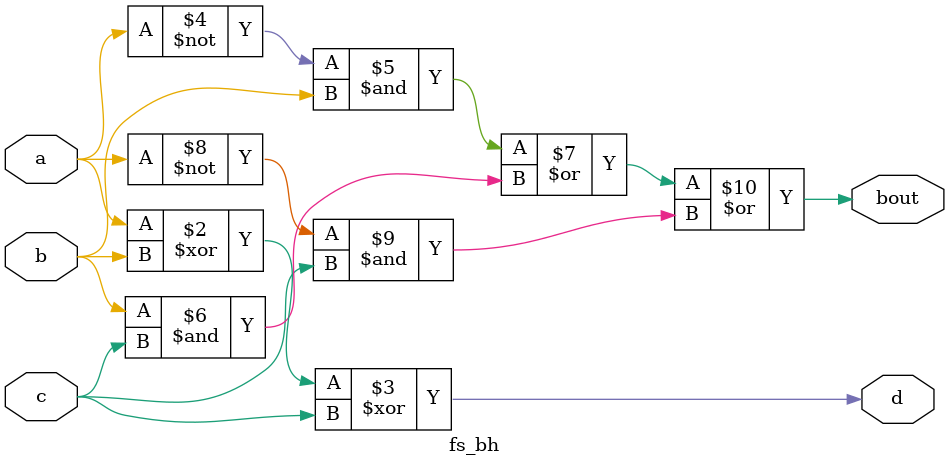
<source format=v>
`timescale 1ns / 1ps

module fs_bh (
    output reg d,bout,
    input a, b, c
);
    always @(*)
    begin
        d = a ^ b ^ c;
        bout = (~a & b) | (b & c) | (~a & c);
    end
endmodule

</source>
